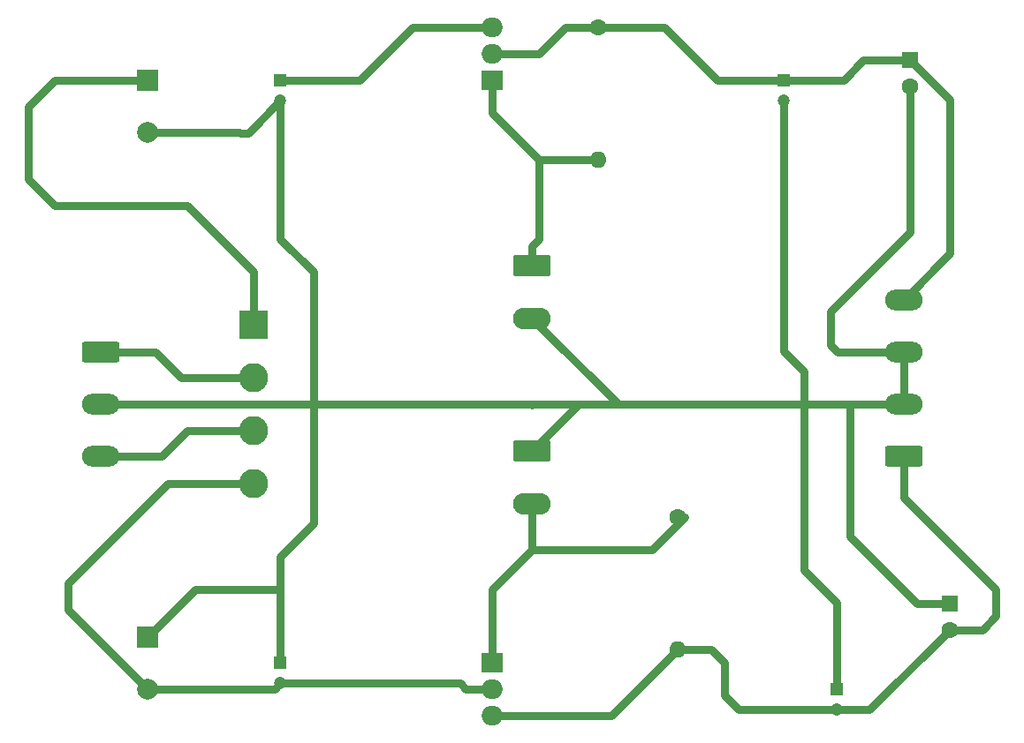
<source format=gbr>
%TF.GenerationSoftware,KiCad,Pcbnew,(6.0.7)*%
%TF.CreationDate,2022-09-22T15:33:20-05:00*%
%TF.ProjectId,2611,32363131-2e6b-4696-9361-645f70636258,rev?*%
%TF.SameCoordinates,Original*%
%TF.FileFunction,Copper,L2,Bot*%
%TF.FilePolarity,Positive*%
%FSLAX46Y46*%
G04 Gerber Fmt 4.6, Leading zero omitted, Abs format (unit mm)*
G04 Created by KiCad (PCBNEW (6.0.7)) date 2022-09-22 15:33:20*
%MOMM*%
%LPD*%
G01*
G04 APERTURE LIST*
G04 Aperture macros list*
%AMRoundRect*
0 Rectangle with rounded corners*
0 $1 Rounding radius*
0 $2 $3 $4 $5 $6 $7 $8 $9 X,Y pos of 4 corners*
0 Add a 4 corners polygon primitive as box body*
4,1,4,$2,$3,$4,$5,$6,$7,$8,$9,$2,$3,0*
0 Add four circle primitives for the rounded corners*
1,1,$1+$1,$2,$3*
1,1,$1+$1,$4,$5*
1,1,$1+$1,$6,$7*
1,1,$1+$1,$8,$9*
0 Add four rect primitives between the rounded corners*
20,1,$1+$1,$2,$3,$4,$5,0*
20,1,$1+$1,$4,$5,$6,$7,0*
20,1,$1+$1,$6,$7,$8,$9,0*
20,1,$1+$1,$8,$9,$2,$3,0*%
G04 Aperture macros list end*
%TA.AperFunction,ComponentPad*%
%ADD10C,1.600000*%
%TD*%
%TA.AperFunction,ComponentPad*%
%ADD11O,1.600000X1.600000*%
%TD*%
%TA.AperFunction,ComponentPad*%
%ADD12R,1.600000X1.600000*%
%TD*%
%TA.AperFunction,ComponentPad*%
%ADD13RoundRect,0.249999X-1.550001X0.790001X-1.550001X-0.790001X1.550001X-0.790001X1.550001X0.790001X0*%
%TD*%
%TA.AperFunction,ComponentPad*%
%ADD14O,3.600000X2.080000*%
%TD*%
%TA.AperFunction,ComponentPad*%
%ADD15R,1.200000X1.200000*%
%TD*%
%TA.AperFunction,ComponentPad*%
%ADD16C,1.200000*%
%TD*%
%TA.AperFunction,ComponentPad*%
%ADD17R,2.000000X1.905000*%
%TD*%
%TA.AperFunction,ComponentPad*%
%ADD18O,2.000000X1.905000*%
%TD*%
%TA.AperFunction,ComponentPad*%
%ADD19R,2.000000X2.000000*%
%TD*%
%TA.AperFunction,ComponentPad*%
%ADD20C,2.000000*%
%TD*%
%TA.AperFunction,ComponentPad*%
%ADD21RoundRect,0.250000X-1.550000X0.750000X-1.550000X-0.750000X1.550000X-0.750000X1.550000X0.750000X0*%
%TD*%
%TA.AperFunction,ComponentPad*%
%ADD22O,3.600000X2.000000*%
%TD*%
%TA.AperFunction,ComponentPad*%
%ADD23RoundRect,0.250000X1.550000X-0.750000X1.550000X0.750000X-1.550000X0.750000X-1.550000X-0.750000X0*%
%TD*%
%TA.AperFunction,ComponentPad*%
%ADD24R,2.800000X2.800000*%
%TD*%
%TA.AperFunction,ComponentPad*%
%ADD25C,2.800000*%
%TD*%
%TA.AperFunction,Conductor*%
%ADD26C,0.800000*%
%TD*%
G04 APERTURE END LIST*
D10*
%TO.P,R1,1*%
%TO.N,Net-(J4-Pad4)*%
X139700000Y-73660000D03*
D11*
%TO.P,R1,2*%
%TO.N,Net-(J2-Pad1)*%
X139700000Y-86360000D03*
%TD*%
D10*
%TO.P,R2,1*%
%TO.N,Net-(J3-Pad2)*%
X147320000Y-120650000D03*
D11*
%TO.P,R2,2*%
%TO.N,Net-(C6-Pad2)*%
X147320000Y-133350000D03*
%TD*%
D12*
%TO.P,C7,1*%
%TO.N,Net-(J4-Pad4)*%
X169545000Y-76835000D03*
D10*
%TO.P,C7,2*%
%TO.N,Net-(C1-Pad2)*%
X169545000Y-79335000D03*
%TD*%
D13*
%TO.P,J3,1,Pin_1*%
%TO.N,Net-(C1-Pad2)*%
X133317500Y-114300000D03*
D14*
%TO.P,J3,2,Pin_2*%
%TO.N,Net-(J3-Pad2)*%
X133317500Y-119380000D03*
%TD*%
D15*
%TO.P,C6,1*%
%TO.N,Net-(C1-Pad2)*%
X162560000Y-137160000D03*
D16*
%TO.P,C6,2*%
%TO.N,Net-(C6-Pad2)*%
X162560000Y-139160000D03*
%TD*%
D17*
%TO.P,U1,1,ADJ*%
%TO.N,Net-(J2-Pad1)*%
X129540000Y-78740000D03*
D18*
%TO.P,U1,2,VO*%
%TO.N,Net-(J4-Pad4)*%
X129540000Y-76200000D03*
%TO.P,U1,3,VI*%
%TO.N,Net-(C1-Pad1)*%
X129540000Y-73660000D03*
%TD*%
D15*
%TO.P,C3,1*%
%TO.N,Net-(C1-Pad1)*%
X109220000Y-78740000D03*
D16*
%TO.P,C3,2*%
%TO.N,Net-(C1-Pad2)*%
X109220000Y-80740000D03*
%TD*%
D19*
%TO.P,C2,1*%
%TO.N,Net-(C1-Pad2)*%
X96520000Y-132160000D03*
D20*
%TO.P,C2,2*%
%TO.N,Net-(C2-Pad2)*%
X96520000Y-137160000D03*
%TD*%
D21*
%TO.P,J1,1,Pin_1*%
%TO.N,Net-(D1-Pad2)*%
X92042500Y-104855000D03*
D22*
%TO.P,J1,2,Pin_2*%
%TO.N,Net-(C1-Pad2)*%
X92042500Y-109855000D03*
%TO.P,J1,3,Pin_3*%
%TO.N,Net-(D1-Pad3)*%
X92042500Y-114855000D03*
%TD*%
D23*
%TO.P,J4,1,Pin_1*%
%TO.N,Net-(C6-Pad2)*%
X168942500Y-114815000D03*
D22*
%TO.P,J4,2,Pin_2*%
%TO.N,Net-(C1-Pad2)*%
X168942500Y-109815000D03*
%TO.P,J4,3,Pin_3*%
X168942500Y-104815000D03*
%TO.P,J4,4,Pin_4*%
%TO.N,Net-(J4-Pad4)*%
X168942500Y-99815000D03*
%TD*%
D15*
%TO.P,C4,1*%
%TO.N,Net-(C1-Pad2)*%
X109220000Y-134620000D03*
D16*
%TO.P,C4,2*%
%TO.N,Net-(C2-Pad2)*%
X109220000Y-136620000D03*
%TD*%
D17*
%TO.P,U2,1,ADJ*%
%TO.N,Net-(J3-Pad2)*%
X129540000Y-134620000D03*
D18*
%TO.P,U2,2,VI*%
%TO.N,Net-(C2-Pad2)*%
X129540000Y-137160000D03*
%TO.P,U2,3,VO*%
%TO.N,Net-(C6-Pad2)*%
X129540000Y-139700000D03*
%TD*%
D19*
%TO.P,C1,1*%
%TO.N,Net-(C1-Pad1)*%
X96520000Y-78740000D03*
D20*
%TO.P,C1,2*%
%TO.N,Net-(C1-Pad2)*%
X96520000Y-83740000D03*
%TD*%
D12*
%TO.P,C8,1*%
%TO.N,Net-(C1-Pad2)*%
X173355000Y-128992621D03*
D10*
%TO.P,C8,2*%
%TO.N,Net-(C6-Pad2)*%
X173355000Y-131492621D03*
%TD*%
D24*
%TO.P,D1,1,+*%
%TO.N,Net-(C1-Pad1)*%
X106680000Y-102235000D03*
D25*
%TO.P,D1,2*%
%TO.N,Net-(D1-Pad2)*%
X106680000Y-107315000D03*
%TO.P,D1,3*%
%TO.N,Net-(D1-Pad3)*%
X106680000Y-112395000D03*
%TO.P,D1,4,-*%
%TO.N,Net-(C2-Pad2)*%
X106680000Y-117475000D03*
%TD*%
D13*
%TO.P,J2,1,Pin_1*%
%TO.N,Net-(J2-Pad1)*%
X133317500Y-96520000D03*
D14*
%TO.P,J2,2,Pin_2*%
%TO.N,Net-(C1-Pad2)*%
X133317500Y-101600000D03*
%TD*%
D15*
%TO.P,C5,1*%
%TO.N,Net-(J4-Pad4)*%
X157480000Y-78740000D03*
D16*
%TO.P,C5,2*%
%TO.N,Net-(C1-Pad2)*%
X157480000Y-80740000D03*
%TD*%
D26*
%TO.N,Net-(C1-Pad1)*%
X100330000Y-90805000D02*
X87630000Y-90805000D01*
X106680000Y-97155000D02*
X100330000Y-90805000D01*
X109220000Y-78740000D02*
X116840000Y-78740000D01*
X85090000Y-88265000D02*
X85090000Y-81280000D01*
X116840000Y-78740000D02*
X121920000Y-73660000D01*
X87630000Y-78740000D02*
X96520000Y-78740000D01*
X87630000Y-90805000D02*
X85090000Y-88265000D01*
X106680000Y-102235000D02*
X106680000Y-97155000D01*
X85090000Y-81280000D02*
X87630000Y-78740000D01*
X121920000Y-73660000D02*
X129540000Y-73660000D01*
%TO.N,Net-(C1-Pad2)*%
X162560000Y-128905000D02*
X159385000Y-125730000D01*
X161925000Y-100965000D02*
X161925000Y-104140000D01*
X112395000Y-121285000D02*
X112395000Y-109855000D01*
X133350000Y-114300000D02*
X137795000Y-109855000D01*
X109220000Y-93980000D02*
X112395000Y-97155000D01*
X157480000Y-80740000D02*
X157480000Y-104775000D01*
X170267621Y-128992621D02*
X163830000Y-122555000D01*
X109220000Y-80740000D02*
X109220000Y-93980000D01*
X170220000Y-104815000D02*
X168942500Y-104815000D01*
X157480000Y-104775000D02*
X159385000Y-106680000D01*
X101045000Y-127635000D02*
X109220000Y-127635000D01*
X109220000Y-80740000D02*
X106140000Y-83820000D01*
X169545000Y-79335000D02*
X169545000Y-93345000D01*
X163830000Y-122555000D02*
X163830000Y-109855000D01*
X133317500Y-101600000D02*
X133350000Y-101600000D01*
X112395000Y-97155000D02*
X112395000Y-109855000D01*
X92042500Y-109855000D02*
X112395000Y-109855000D01*
X133350000Y-109855000D02*
X137795000Y-109855000D01*
X168942500Y-104815000D02*
X168942500Y-109815000D01*
X109220000Y-134620000D02*
X109220000Y-127635000D01*
X163830000Y-109855000D02*
X168902500Y-109855000D01*
X141605000Y-109855000D02*
X159385000Y-109855000D01*
X162600000Y-104815000D02*
X168942500Y-104815000D01*
X96520000Y-132160000D02*
X101045000Y-127635000D01*
X133317500Y-109887500D02*
X133350000Y-109855000D01*
X168902500Y-109855000D02*
X168942500Y-109815000D01*
X105330000Y-83740000D02*
X96520000Y-83740000D01*
X112395000Y-109855000D02*
X133350000Y-109855000D01*
X159385000Y-109855000D02*
X163830000Y-109855000D01*
X137795000Y-109855000D02*
X141605000Y-109855000D01*
X109220000Y-124460000D02*
X112395000Y-121285000D01*
X173355000Y-128992621D02*
X170267621Y-128992621D01*
X159385000Y-106680000D02*
X159385000Y-109855000D01*
X109220000Y-127635000D02*
X109220000Y-124460000D01*
X169545000Y-93345000D02*
X161925000Y-100965000D01*
X106140000Y-83820000D02*
X105410000Y-83820000D01*
X161925000Y-104140000D02*
X162600000Y-104815000D01*
X133317500Y-114300000D02*
X133350000Y-114300000D01*
X105410000Y-83820000D02*
X105330000Y-83740000D01*
X133350000Y-101600000D02*
X141605000Y-109855000D01*
X133317500Y-109822500D02*
X133350000Y-109855000D01*
X159385000Y-125730000D02*
X159385000Y-109855000D01*
X162560000Y-137160000D02*
X162560000Y-128905000D01*
%TO.N,Net-(C2-Pad2)*%
X88900000Y-127000000D02*
X98425000Y-117475000D01*
X127000000Y-137160000D02*
X129540000Y-137160000D01*
X98425000Y-117475000D02*
X106680000Y-117475000D01*
X109220000Y-136620000D02*
X126460000Y-136620000D01*
X88900000Y-129540000D02*
X88900000Y-127000000D01*
X108680000Y-137160000D02*
X109220000Y-136620000D01*
X126460000Y-136620000D02*
X127000000Y-137160000D01*
X96520000Y-137160000D02*
X88900000Y-129540000D01*
X96520000Y-137160000D02*
X108680000Y-137160000D01*
%TO.N,Net-(C6-Pad2)*%
X147320000Y-133350000D02*
X150495000Y-133350000D01*
X177800000Y-130175000D02*
X176482379Y-131492621D01*
X165687621Y-139160000D02*
X173355000Y-131492621D01*
X177800000Y-127635000D02*
X177800000Y-130175000D01*
X150495000Y-133350000D02*
X151765000Y-134620000D01*
X129540000Y-139700000D02*
X140970000Y-139700000D01*
X168942500Y-118777500D02*
X177800000Y-127635000D01*
X168942500Y-114815000D02*
X168942500Y-118777500D01*
X162560000Y-139160000D02*
X165687621Y-139160000D01*
X176482379Y-131492621D02*
X173355000Y-131492621D01*
X140970000Y-139700000D02*
X147320000Y-133350000D01*
X153130000Y-139160000D02*
X162560000Y-139160000D01*
X151765000Y-137795000D02*
X153130000Y-139160000D01*
X151765000Y-134620000D02*
X151765000Y-137795000D01*
%TO.N,Net-(D1-Pad2)*%
X99695000Y-107315000D02*
X106680000Y-107315000D01*
X97235000Y-104855000D02*
X99695000Y-107315000D01*
X92042500Y-104855000D02*
X97235000Y-104855000D01*
%TO.N,Net-(D1-Pad3)*%
X100330000Y-112395000D02*
X106680000Y-112395000D01*
X97870000Y-114855000D02*
X100330000Y-112395000D01*
X92042500Y-114855000D02*
X97870000Y-114855000D01*
%TO.N,Net-(J2-Pad1)*%
X129540000Y-78740000D02*
X129540000Y-81915000D01*
X129540000Y-81915000D02*
X133985000Y-86360000D01*
X133317500Y-96520000D02*
X133317500Y-94647500D01*
X133985000Y-86360000D02*
X139700000Y-86360000D01*
X133317500Y-94647500D02*
X133985000Y-93980000D01*
X133985000Y-93980000D02*
X133985000Y-86360000D01*
%TO.N,Net-(J3-Pad2)*%
X144812500Y-123792500D02*
X133317500Y-123792500D01*
X129540000Y-127635000D02*
X133350000Y-123825000D01*
X133317500Y-123792500D02*
X133317500Y-119380000D01*
X147320000Y-120650000D02*
X147955000Y-120650000D01*
X147955000Y-120650000D02*
X144812500Y-123792500D01*
X133350000Y-123825000D02*
X133317500Y-123792500D01*
X129540000Y-134620000D02*
X129540000Y-127635000D01*
%TO.N,Net-(J4-Pad4)*%
X173355000Y-80645000D02*
X173355000Y-95402500D01*
X146050000Y-73660000D02*
X151130000Y-78740000D01*
X139700000Y-73660000D02*
X146050000Y-73660000D01*
X133985000Y-76200000D02*
X129540000Y-76200000D01*
X165100000Y-76835000D02*
X163195000Y-78740000D01*
X163195000Y-78740000D02*
X157480000Y-78740000D01*
X173355000Y-95402500D02*
X168942500Y-99815000D01*
X136525000Y-73660000D02*
X133985000Y-76200000D01*
X139700000Y-73660000D02*
X136525000Y-73660000D01*
X151130000Y-78740000D02*
X157480000Y-78740000D01*
X169545000Y-76835000D02*
X173355000Y-80645000D01*
X169545000Y-76835000D02*
X165100000Y-76835000D01*
%TD*%
M02*

</source>
